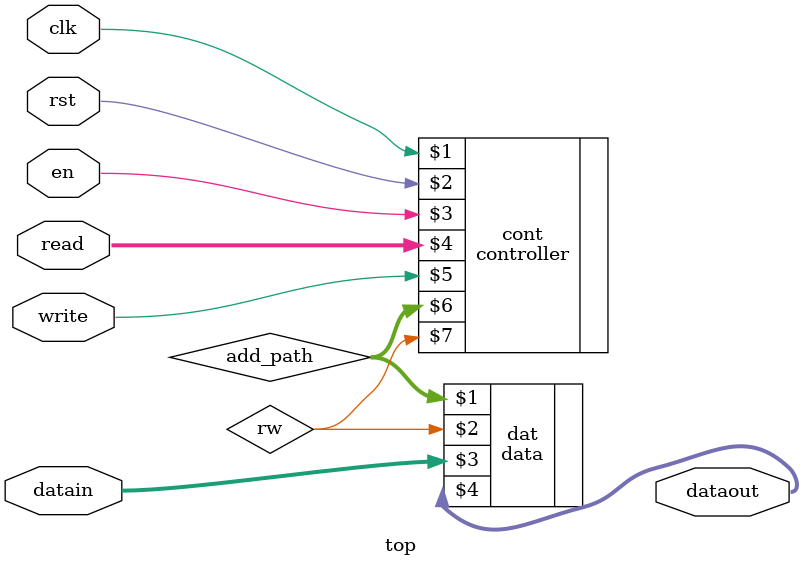
<source format=v>
`timescale 1ns / 1ps

module top(clk, rst, en, read, write, datain, dataout);
	input clk;
	input rst;
	input en;
	input [3:0] read;
	input write;
	input [7:0] datain;
	output [7:0] dataout;
	
	//Wire Between Control and Data Module
	wire [15:0] add_path; 
	wire rw;
	
	controller cont (clk, rst, en, read, write, add_path, rw); //Control Module
	data dat (add_path, rw, datain, dataout); //Data Module


endmodule

</source>
